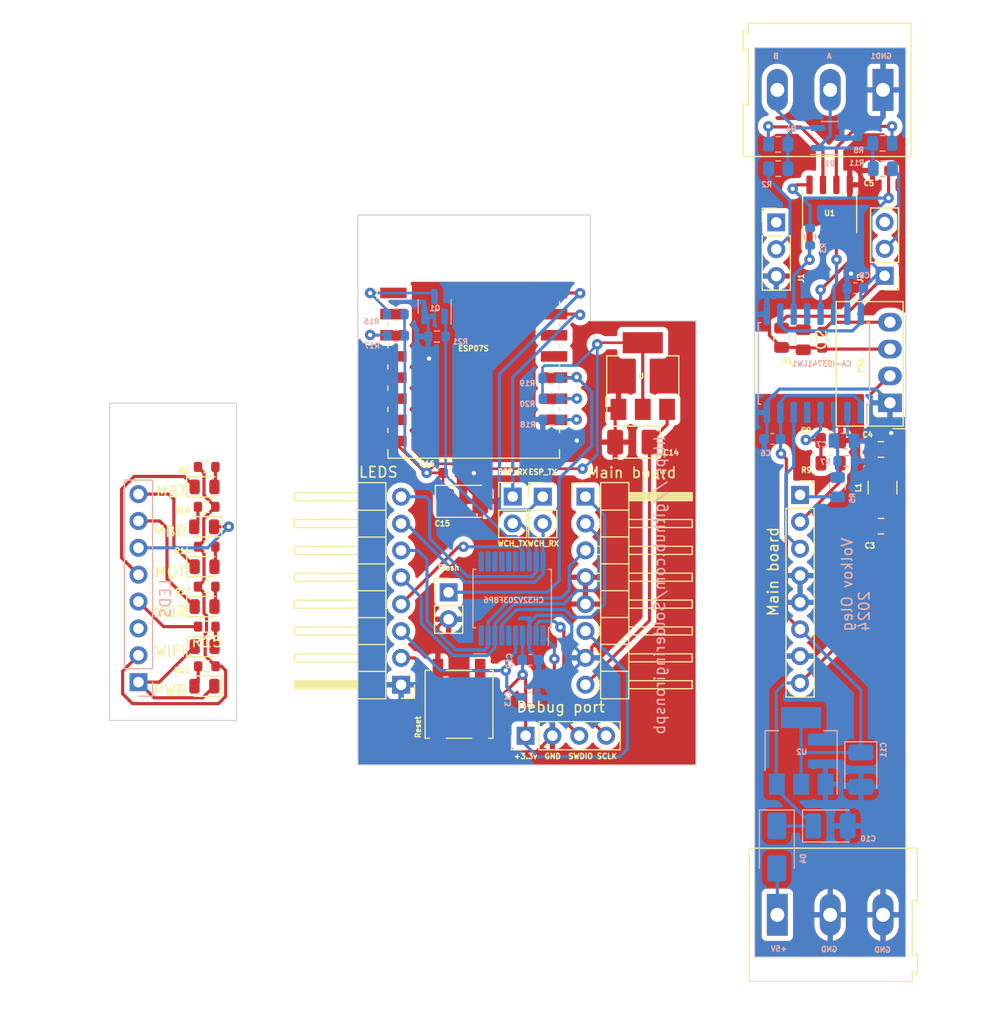
<source format=kicad_pcb>
(kicad_pcb (version 20221018) (generator pcbnew)
  (layers (0 "F.Cu" signal) (31 "B.Cu" signal) (34 "B.Paste" user) (35 "F.Paste" user) (36 "B.SilkS" user "B.Silkscreen") (37 "F.SilkS" user "F.Silkscreen") (38 "B.Mask" user) (39 "F.Mask" user) (44 "Edge.Cuts" user))
  (net 0 "")
  (net 1 "VDDB")
  (net 2 "GND1")
  (net 3 "+5V")
  (net 4 "GND")
  (net 5 "Net-(PS1-+Vin)")
  (net 6 "+3V3")
  (net 7 "Net-(CA-IS3741LW1-VI1)")
  (net 8 "Net-(CA-IS3741LW1-VI2)")
  (net 9 "Net-(CH32V203F8P1-NRST)")
  (net 11 "Rx")
  (net 12 "Net-(CA-IS3741LW1-VI4)")
  (net 14 "Net-(CA-IS3741LW1-VO2)")
  (net 15 "Net-(CA-IS3741LW1-VO1)")
  (net 16 "SWDIO")
  (net 17 "SCLK")
  (net 19 "RO{slash}DI")
  (net 20 "Tx")
  (net 28 "Net-(CH32V203F8P1-PB15)")
  (net 29 "PA8")
  (net 30 "PA9")
  (net 31 "PA10")
  (net 32 "A")
  (net 33 "B")
  (net 34 "Net-(D2-A)")
  (net 35 "Net-(D3-A)")
  (net 36 "+5VD")
  (net 37 "Net-(D5-A)")
  (net 38 "Net-(D6-A)")
  (net 39 "Net-(D7-A)")
  (net 40 "Net-(D8-A)")
  (net 42 "Net-(J1-Pin_2)")
  (net 43 "Net-(J2-Pin_2)")
  (net 44 "unconnected-(J2-Pin_3-Pad3)")
  (net 45 "Net-(U1-B)")
  (net 46 "Net-(U1-A)")
  (net 47 "+3.3V")
  (net 48 "Net-(Q1-D)")
  (net 49 "Net-(U3-EN)")
  (net 50 "Net-(U3-GPIO15)")
  (net 51 "Net-(U3-GPIO0)")
  (net 52 "Net-(U3-GPIO2)")
  (net 60 "ESP_UART_Rx")
  (net 61 "ESP_UART_Tx")
  (footprint "Connector_PinHeader_2.54mm:PinHeader_1x02_P2.54mm_Vertical" (layer "F.Cu") (at 200.7616 91.1048)
    (fp_text reference "ESP_RX")
    (fp_text value "PinHeader_1x02_P2.54mm_Vertical")
  )
  (footprint "Connector_PinHeader_2.54mm:PinHeader_1x03_P2.54mm_Vertical" (layer "F.Cu") (at 235.95 70.225 180)
    (fp_text reference "J2")
    (fp_text value "Master/Slave")
  )
  (footprint "Capacitor_SMD:C_0805_2012Metric" (layer "F.Cu") (at 230.85 85.8)
    (fp_text reference "C9")
    (fp_text value "220pF")
  )
  (footprint "Capacitor_SMD:C_0603_1608Metric" (layer "F.Cu") (at 230.05 76.275 -90)
    (fp_text reference "C1")
    (fp_text value "100n")
  )
  (footprint "Resistor_SMD:R_0603_1608Metric" (layer "F.Cu") (at 171.8025 88.3)
    (fp_text reference "R6")
    (fp_text value "1k")
  )
  (footprint "Converter_DCDC:Converter_DCDC_Murata_MEE1SxxxxSC_THT" (layer "F.Cu") (at 236.455 82.2375 180)
    (fp_text reference "PS1")
    (fp_text value "MornsunS0505SC")
  )
  (footprint "TerminalBlock:TerminalBlock_Altech_AK300-3_P5.00mm" (layer "F.Cu") (at 235.8 52.65 180)
    (fp_text reference "REF**" hide)
    (fp_text value "TerminalBlock_Altech_AK300-3_P5.00mm")
  )
  (footprint "Capacitor_SMD:C_0805_2012Metric" (layer "F.Cu") (at 228.25 76.275 -90)
    (fp_text reference "C2")
    (fp_text value "10uF")
  )
  (footprint "Button_Switch_SMD:SW_Push_1P1T_NO_CK_KSC6xxJ" (layer "F.Cu") (at 195.6816 110.744 90)
    (fp_text reference "Reset")
    (fp_text value "Reset")
  )
  (footprint "Capacitor_SMD:C_0805_2012Metric" (layer "F.Cu") (at 235.6 93.9)
    (fp_text reference "C3")
    (fp_text value "5uF")
  )
  (footprint "Connector_PinHeader_2.54mm:PinHeader_1x02_P2.54mm_Vertical" (layer "F.Cu") (at 194.7 100.16)
    (fp_text reference "Flash")
    (fp_text value "PinHeader_1x02_P2.54mm_Vertical")
  )
  (footprint "Capacitor_Tantalum_SMD:CP_EIA-3528-21_Kemet-B_Pad1.50x2.35mm_HandSolder" (layer "F.Cu") (at 212.0766 85.9532 180)
    (fp_text reference "C14")
    (fp_text value "47uF")
  )
  (footprint "Resistor_SMD:R_0805_2012Metric" (layer "F.Cu") (at 230.8375 87.95 180)
    (fp_text reference "R9")
    (fp_text value "100R")
  )
  (footprint "Package_TO_SOT_SMD:SOT-223-3_TabPin2" (layer "F.Cu") (at 213.0666 79.7048 90)
    (fp_text reference "U4")
    (fp_text value "AMS1117-3.3")
  )
  (footprint "Package_SO:SO-8_3.9x4.9mm_P1.27mm" (layer "F.Cu") (at 230.75 64.2 90)
    (fp_text reference "U1")
    (fp_text value "MAX485E")
  )
  (footprint "Diode_SMD:D_0805_2012Metric" (layer "F.Cu") (at 171.585 109.030594 180)
    (fp_text reference "PWR")
    (fp_text value "LED")
  )
  (footprint "Diode_SMD:D_0805_2012Metric" (layer "F.Cu") (at 171.6025 90.186363)
    (fp_text reference "MBT")
    (fp_text value "Tx2")
  )
  (footprint "Capacitor_Tantalum_SMD:CP_EIA-3528-21_Kemet-B_Pad1.50x2.35mm_HandSolder" (layer "F.Cu") (at 196.075 91.55)
    (fp_text reference "C15")
    (fp_text value "47uF")
  )
  (footprint "Resistor_SMD:R_0603_1608Metric" (layer "F.Cu") (at 171.8025 99.618178 180)
    (fp_text reference "R13")
    (fp_text value "1k")
  )
  (footprint "Inductor_SMD:L_1210_3225Metric" (layer "F.Cu") (at 235.75 90.25 90)
    (fp_text reference "L1")
    (fp_text value "22uH")
  )
  (footprint "Connector_PinHeader_2.54mm:PinHeader_1x04_P2.54mm_Vertical" (layer "F.Cu") (at 201.9808 113.7158 90)
    (fp_text reference "Debug port")
    (fp_text value "Debug")
  )
  (footprint "Capacitor_SMD:C_0603_1608Metric" (layer "F.Cu") (at 194.9444 88.8576)
    (fp_text reference "C16")
    (fp_text value "100nF")
  )
  (footprint "Connector_PinHeader_2.54mm:PinHeader_1x08_P2.54mm_Horizontal" (layer "F.Cu") (at 207.645 91.1098)
    (fp_text reference "Main board")
    (fp_text value "PinHeader_1x08_P2.54mm_Horizontal")
  )
  (footprint "Diode_SMD:D_0805_2012Metric" (layer "F.Cu") (at 171.6025 97.731815)
    (fp_text reference "MQT")
    (fp_text value "Tx1")
  )
  (footprint "Capacitor_SMD:C_0805_2012Metric" (layer "F.Cu") (at 235.6 86.65)
    (fp_text reference "C4")
    (fp_text value "5uF")
  )
  (footprint "Resistor_SMD:R_0603_1608Metric" (layer "F.Cu") (at 171.8025 92.072726 180)
    (fp_text reference "R10")
    (fp_text value "1k")
  )
  (footprint "Diode_SMD:D_0805_2012Metric" (layer "F.Cu") (at 171.6125 105.28637)
    (fp_text reference "WIFI")
    (fp_text value "Rx1")
  )
  (footprint "Connector_PinHeader_2.54mm:PinHeader_1x08_P2.54mm_Horizontal" (layer "F.Cu") (at 190.2 108.9 180)
    (fp_text reference "LEDS")
    (fp_text value "PinHeader_1x08_P2.54mm_Horizontal")
  )
  (footprint "Resistor_SMD:R_0603_1608Metric" (layer "F.Cu") (at 171.8125 103.4 180)
    (fp_text reference "R15")
    (fp_text value "1k")
  )
  (footprint "RF_Module:ESP-07" (layer "F.Cu") (at 197.0732 76.751)
    (fp_text reference "ESP07S")
    (fp_text value "ESP-07")
  )
  (footprint "Connector_PinHeader_2.54mm:PinHeader_1x02_P2.54mm_Vertical" (layer "F.Cu") (at 203.6064 91.1098)
    (fp_text reference "ESP_TX")
    (fp_text value "PinHeader_1x02_P2.54mm_Vertical")
  )
  (footprint "Diode_SMD:D_0805_2012Metric" (layer "F.Cu") (at 171.6025 101.504541)
    (fp_text reference "MQR")
    (fp_text value "Rx1")
  )
  (footprint "Capacitor_SMD:C_0603_1608Metric" (layer "F.Cu") (at 235.585 60.2742 180)
    (fp_text reference "C5")
    (fp_text value "100n")
  )
  (footprint "Resistor_SMD:R_0603_1608Metric" (layer "F.Cu") (at 171.825 107.144231 180)
    (fp_text reference "R12")
    (fp_text value "1k")
  )
  (footprint "TerminalBlock:TerminalBlock_Altech_AK300-3_P5.00mm" (layer "F.Cu") (at 225.8 130.65)
    (fp_text reference "REF**" hide)
    (fp_text value "TerminalBlock_Altech_AK300-3_P5.00mm")
  )
  (footprint "Connector_PinSocket_2.54mm:PinSocket_1x08_P2.54mm_Vertical" (layer "F.Cu") (at 227.95 90.95)
    (fp_text reference "Main board")
    (fp_text value "PinSocket_1x08_P2.54mm_Vertical")
  )
  (footprint "Diode_SMD:D_0805_2012Metric" (layer "F.Cu") (at 171.5625 93.959089 180)
    (fp_text reference "MBR")
    (fp_text value "Rx2")
  )
  (footprint "Resistor_SMD:R_0603_1608Metric" (layer "F.Cu") (at 171.8025 95.845452 180)
    (fp_text reference "R14")
    (fp_text value "1k")
  )
  (footprint "Connector_PinHeader_2.54mm:PinHeader_1x03_P2.54mm_Vertical" (layer "F.Cu") (at 225.7 65.175)
    (fp_text reference "J1")
    (fp_text value "Master/Slave")
  )
  (footprint "Resistor_SMD:R_0805_2012Metric" (layer "F.Cu") (at 226.2 76.0875 -90)
    (fp_text reference "R1")
    (fp_text value "240")
  )
  (footprint "Package_TO_SOT_SMD:SOT-23-3" (layer "B.Cu") (at 230.7625 57.2)
    (fp_text reference "D1")
    (fp_text value "PSM712-LF-T7")
  )
  (footprint "Diode_SMD:D_SMA" (layer "B.Cu") (at 225.75 124.25 -90)
    (fp_text reference "D4")
    (fp_text value "10MQ100NPBF")
  )
  (footprint "Resistor_SMD:R_0805_2012Metric" (layer "B.Cu") (at 225.8875 60.1)
    (fp_text reference "R2")
    (fp_text value "470R")
  )
  (footprint "Resistor_SMD:R_0805_2012Metric" (layer "B.Cu") (at 235.7875 60.1)
    (fp_text reference "R11")
    (fp_text value "470R")
  )
  (footprint "Resistor_SMD:R_0603_1608Metric" (layer "B.Cu") (at 204.4324 83.82 180)
    (fp_text reference "R18")
    (fp_text value "10k")
  )
  (footprint "Package_TO_SOT_SMD:SOT-23" (layer "B.Cu") (at 193.3702 73.1266 90)
    (fp_text reference "Q1")
    (fp_text value "IRLML0060")
  )
  (footprint "Package_SO:SSOP-20_5.3x7.2mm_P0.65mm" (layer "B.Cu") (at 200.7068 100.7416 90)
    (fp_text reference "CH32V203F8P6")
    (fp_text value "~")
  )
  (footprint "Resistor_SMD:R_0603_1608Metric" (layer "B.Cu") (at 189.7258 75.8952 180)
    (fp_text reference "R17")
    (fp_text value "10k")
  )
  (footprint "Capacitor_Tantalum_SMD:CP_EIA-3528-21_Kemet-B_Pad1.50x2.35mm_HandSolder" (layer "B.Cu") (at 233.7 116.925 -90)
    (fp_text reference "C11")
    (fp_text value "47uF")
  )
  (footprint "Resistor_SMD:R_0805_2012Metric" (layer "B.Cu") (at 231.5 90.2125 90)
    (fp_text reference "R5")
    (fp_text value "100R")
  )
  (footprint "Connector_PinSocket_2.54mm:PinSocket_1x08_P2.54mm_Vertical" (layer "B.Cu") (at 165.35 108.65)
    (fp_text reference "LEDS")
    (fp_text value "PinSocket_1x08_P2.54mm_Vertical")
  )
  (footprint "Resistor_SMD:R_0603_1608Metric" (layer "B.Cu") (at 204.407 79.9084)
    (fp_text reference "R19")
    (fp_text value "10k")
  )
  (footprint "Resistor_SMD:R_0603_1608Metric" (layer "B.Cu") (at 193.5866 75.9714 180)
    (fp_text reference "R21")
    (fp_text value "10k")
  )
  (footprint "Capacitor_Tantalum_SMD:CP_EIA-3528-21_Kemet-B_Pad1.50x2.35mm_HandSolder" (layer "B.Cu") (at 230.825 122.25)
    (fp_text reference "C10")
    (fp_text value "47uF")
  )
  (footprint "Resistor_SMD:R_0603_1608Metric" (layer "B.Cu") (at 204.4324 81.8642)
    (fp_text reference "R20")
    (fp_text value "10k")
  )
  (footprint "Capacitor_SMD:C_0805_2012Metric" (layer "B.Cu") (at 232.1 85.85)
    (fp_text reference "C7")
    (fp_text value "220pF")
  )
  (footprint "Resistor_SMD:R_0603_1608Metric" (layer "B.Cu") (at 228.9 66.525 -90)
    (fp_text reference "R3")
    (fp_text value "10k")
  )
  (footprint "Capacitor_SMD:C_0603_1608Metric" (layer "B.Cu") (at 233.175 71.4 180)
    (fp_text reference "C8")
    (fp_text value "100n")
  )
  (footprint "Package_TO_SOT_SMD:SOT-223-3_TabPin2" (layer "B.Cu") (at 228.05 115.15 90)
    (fp_text reference "U2")
    (fp_text value "AMS1117-3.3")
  )
  (footprint "Resistor_SMD:R_0805_2012Metric" (layer "B.Cu") (at 235.75 57.7 180)
    (fp_text reference "R8")
    (fp_text value "10R")
  )
  (footprint "Resistor_SMD:R_0603_1608Metric" (layer "B.Cu") (at 232.325 87.75)
    (fp_text reference "R7")
    (fp_text value "10k")
  )
  (footprint "Capacitor_SMD:C_0603_1608Metric" (layer "B.Cu") (at 202.4318 106.5416)
    (fp_text reference "C12")
    (fp_text value "100nF")
  )
  (footprint "Package_SO:SOIC-16W_7.5x10.3mm_P1.27mm" (layer "B.Cu") (at 229.255 78.5075 90)
    (fp_text reference "CA-IS3741LW1")
    (fp_text value "~")
  )
  (footprint "Capacitor_SMD:C_0603_1608Metric" (layer "B.Cu") (at 202.325 110.15)
    (fp_text reference "C13")
    (fp_text value "100nF")
  )
  (footprint "Capacitor_SMD:C_0603_1608Metric" (layer "B.Cu") (at 225.325 85.65 180)
    (fp_text reference "C6")
    (fp_text value "100n")
  )
  (footprint "Resistor_SMD:R_0603_1608Metric" (layer "B.Cu") (at 189.7004 73.8632 180)
    (fp_text reference "R16")
    (fp_text value "10k")
  )
  (footprint "Resistor_SMD:R_0805_2012Metric" (layer "B.Cu") (at 225.8875 57.8)
    (fp_text reference "R4")
    (fp_text value "10R")
  )
  (gr_line (start 218.1058 116.4844) (end 218.1058 74.4844) (stroke (width 0.1)) (layer "Edge.Cuts"))
  (gr_line (start 162.625 112.27) (end 174.625 112.27) (stroke (width 0.1)) (layer "Edge.Cuts"))
  (gr_line (start 237.95 48.65) (end 237.95 134.65) (stroke (width 0.1)) (layer "Edge.Cuts"))
  (gr_line (start 223.65 48.65) (end 237.95 48.65) (stroke (width 0.1)) (layer "Edge.Cuts"))
  (gr_line (start 208.1058 74.4844) (end 208.1058 64.4844) (stroke (width 0.1)) (layer "Edge.Cuts"))
  (gr_line (start 237.95 134.65) (end 223.65 134.65) (stroke (width 0.1)) (layer "Edge.Cuts"))
  (gr_line (start 208.1058 64.4844) (end 186.1058 64.4844) (stroke (width 0.1)) (layer "Edge.Cuts"))
  (gr_line (start 218.1058 74.4844) (end 208.1058 74.4844) (stroke (width 0.1)) (layer "Edge.Cuts"))
  (gr_line (start 186.1058 66.4844) (end 186.1058 74.4844) (stroke (width 0.1)) (layer "Edge.Cuts"))
  (gr_line (start 186.1058 116.4844) (end 186.1058 74.4844) (stroke (width 0.1)) (layer "Edge.Cuts"))
  (gr_line (start 174.625 112.27) (end 174.625 82.27) (stroke (width 0.1)) (layer "Edge.Cuts"))
  (gr_line (start 174.625 82.27) (end 162.625 82.27) (stroke (width 0.1)) (layer "Edge.Cuts"))
  (gr_line (start 186.1058 64.4844) (end 186.1058 66.4844) (stroke (width 0.1)) (layer "Edge.Cuts"))
  (gr_line (start 223.65 134.65) (end 223.65 48.65) (stroke (width 0.1)) (layer "Edge.Cuts"))
  (gr_line (start 186.1058 116.4844) (end 218.1058 116.4844) (stroke (width 0.1)) (layer "Edge.Cuts"))
  (gr_line (start 162.625 82.27) (end 162.625 112.27) (stroke (width 0.1)) (layer "Edge.Cuts"))
  (gr_text "A" (at 231 49.75) (layer "B.SilkS") (effects (font (size 0.5 0.5) (thickness 0.125)) (justify left bottom mirror)))
  (gr_text "GND\n" (at 231.55 134.2) (layer "B.SilkS") (effects (font (size 0.5 0.5) (thickness 0.125)) (justify left bottom mirror)))
  (gr_text "Volkov Oleg\n2024" (at 234.6 103.95 90) (layer "B.SilkS") (effects (font (size 1 1)) (justify right bottom mirror)))
  (gr_text "+5V" (at 226.8 134.15) (layer "B.SilkS") (effects (font (size 0.5 0.5) (thickness 0.125)) (justify left bottom mirror)))
  (gr_text "GND1" (at 236.7 49.75) (layer "B.SilkS") (effects (font (size 0.5 0.5) (thickness 0.125)) (justify left bottom mirror)))
  (gr_text "B" (at 226 49.75) (layer "B.SilkS") (effects (font (size 0.5 0.5) (thickness 0.125)) (justify left bottom mirror)))
  (gr_text "https://github.com/Solderingironspb" (at 215.25 85.3 90) (layer "B.SilkS") (effects (font (size 1 1)) (justify left bottom mirror)))
  (gr_text "GND\n" (at 236.6 134.25) (layer "B.SilkS") (effects (font (size 0.5 0.5) (thickness 0.125)) (justify left bottom mirror)))
  (gr_text "WCH_RX" (at 203.65 95.55) (layer "F.SilkS") (effects (font (size 0.5 0.5) (thickness 0.125))))
  (gr_text "+3.3v" (at 200.8 115.95) (layer "F.SilkS") (effects (font (size 0.5 0.5) (thickness 0.125)) (justify left bottom)))
  (gr_text "WCH_TX" (at 200.75 95.55) (layer "F.SilkS") (effects (font (size 0.5 0.5) (thickness 0.125))))
  (gr_text "GND" (at 203.7 115.95) (layer "F.SilkS") (effects (font (size 0.5 0.5) (thickness 0.125)) (justify left bottom)))
  (gr_text "SCLK" (at 208.65 115.95) (layer "F.SilkS") (effects (font (size 0.5 0.5) (thickness 0.125)) (justify left bottom)))
  (gr_text "SWDIO" (at 205.95 115.95) (layer "F.SilkS") (effects (font (size 0.5 0.5) (thickness 0.125)) (justify left bottom)))
  (segment (start 226.2 75.175) (end 226.2 74.55) (width 0.3) (layer "F.Cu") (net 1))
  (segment (start 236.455 74.6175) (end 230.9325 74.6175) (width 0.3) (layer "F.Cu") (net 1))
  (segment (start 236.324172 60.310028) (end 236.36 60.2742) (width 0.3) (layer "F.Cu") (net 1))
  (segment (start 226.2 74.55) (end 226.7 74.05) (width 0.3) (layer "F.Cu") (net 1))
  (segment (start 230.05 75.5) (end 228.25 75.5) (width 0.3) (layer "F.Cu") (net 1))
  (segment (start 232.125 74.05) (end 235.95 70.225) (width 0.3) (layer "F.Cu") (net 1))
  (segment (start 226.7 74.05) (end 232.125 74.05) (width 0.3) (layer "F.Cu") (net 1))
  (segment (start 226.2 75.175) (end 227.925 75.175) (width 0.3) (layer "F.Cu") (net 1))
  (segment (start 227.925 75.175) (end 228.25 75.5) (width 0.3) (layer "F.Cu") (net 1))
  (segment (start 236.3 62.850328) (end 236.324172 62.8745) (width 0.3) (layer "F.Cu") (net 1))
  (segment (start 228.845 61.625) (end 227.625 61.625) (width 0.3) (layer "F.Cu") (net 1))
  (segment (start 227.625 61.625) (end 227.25 62) (width 0.3) (layer "F.Cu") (net 1))
  (segment (start 236.324172 62.8745) (end 236.324172 60.310028) (width 0.3) (layer "F.Cu") (net 1))
  (segment (start 230.9325 74.6175) (end 230.05 75.5) (width 0.3) (layer "F.Cu") (net 1))
  (via (at 236.324172 62.8745) (size 1) (drill 0.4) (layers "F.Cu" "B.Cu") (net 1))
  (via (at 227.25 62) (size 1) (drill 0.4) (layers "F.Cu" "B.Cu") (net 1))
  (segment (start 226.63 75.4325) (end 232.91 75.4325) (width 0.3) (layer "B.Cu") (net 1))
  (segment (start 235.95 70.225) (end 234.65 68.925) (width 0.3) (layer "B.Cu") (net 1))
  (segment (start 235.95 70.225) (end 235.125 70.225) (width 0.3) (layer "B.Cu") (net 1))
  (segment (start 226.08 74.8825) (end 226.63 75.4325) (width 0.3) (layer "B.Cu") (net 1))
  (segment (start 227.25 62) (end 228.9 63.65) (width 0.3) (layer "B.Cu") (net 1))
  (segment (start 236.324172 62.8745) (end 228.1245 62.8745) (width 0.3) (layer "B.Cu") (net 1))
  (segment (start 236.455 70.73) (end 235.95 70.225) (width 0.3) (layer "B.Cu") (net 1))
  (segment (start 228.9 63.65) (end 228.9 65.7) (width 0.3) (layer "B.Cu") (net 1))
  (segment (start 233.7 74.6425) (end 233.7 73.8575) (width 0.3) (layer "B.Cu") (net 1))
  (segment (start 233.7 73.8575) (end 233.7 71.65) (width 0.3) (layer "B.Cu") (net 1))
  (segment (start 235.125 70.225) (end 233.95 71.4) (width 0.3) (layer "B.Cu") (net 1))
  (segment (start 228.1245 62.8745) (end 227.25 62) (width 0.3) (layer "B.Cu") (net 1))
  (segment (start 232.91 75.4325) (end 233.7 74.6425) (width 0.3) (layer "B.Cu") (net 1))
  (segment (start 234.65 64.548672) (end 236.324172 62.8745) (width 0.3) (layer "B.Cu") (net 1))
  (segment (start 233.7 71.65) (end 233.95 71.4) (width 0.3) (layer "B.Cu") (net 1))
  (segment (start 234.65 68.925) (end 234.65 64.548672) (width 0.3) (layer "B.Cu") (net 1))
  (segment (start 226.08 73.8575) (end 226.08 74.8825) (width 0.3) (layer "B.Cu") (net 1))
  (segment (start 228.25 77.05) (end 230.05 77.05) (width 0.3) (layer "F.Cu") (net 2))
  (segment (start 230.1575 77.1575) (end 230.05 77.05) (width 0.3) (layer "F.Cu") (net 2))
  (segment (start 236.455 77.1575) (end 230.1575 77.1575) (width 0.3) (layer "F.Cu") (net 2))
  (segment (start 226.2 77) (end 228.2 77) (width 0.3) (layer "F.Cu") (net 2))
  (segment (start 226.2 77) (end 225.05 75.85) (width 0.3) (layer "F.Cu") (net 2))
  (segment (start 228.2 77) (end 228.25 77.05) (width 0.3) (layer "F.Cu") (net 2))
  (segment (start 225.05 73.1) (end 225.1 73.05) (width 0.3) (layer "F.Cu") (net 2))
  (segment (start 225.05 75.85) (end 225.05 73.1) (width 0.3) (layer "F.Cu") (net 2))
  (via (at 232.771398 70.021398) (size 1) (drill 0.4) (layers "F.Cu" "B.Cu") (net 2))
  (segment (start 232.4 70.392796) (end 232.771398 70.021398) (width 0.3) (layer "B.Cu") (net 2))
  (segment (start 232.43 71.43) (end 232.4 71.4) (width 0.3) (layer "B.Cu") (net 2))
  (segment (start 232.43 73.8575) (end 232.43 71.43) (width 0.3) (layer "B.Cu") (net 2))
  (segment (start 235.8 53.3) (end 235.8 52.65) (width 0.3) (layer "B.Cu") (net 2))
  (segment (start 232.4 71.4) (end 232.4 70.392796) (width 0.3) (layer "B.Cu") (net 2))
  (segment (start 235.75 92.8) (end 234.65 93.9) (width 0.3) (layer "F.Cu") (net 3))
  (segment (start 227.95 108.73) (end 234.65 102.03) (width 0.3) (layer "F.Cu") (net 3))
  (segment (start 213.7016 85.9532) (end 215.3666 84.2882) (width 0.3) (layer "F.Cu") (net 3))
  (segment (start 235.75 91.65) (end 235.75 92.8) (width 0.3) (layer "F.Cu") (net 3))
  (segment (start 207.645 108.8898) (end 213.7016 102.8332) (width 0.3) (layer "F.Cu") (net 3))
  (segment (start 213.7016 102.8332) (end 213.7016 85.9532) (width 0.3) (layer "F.Cu") (net 3))
  (segment (start 234.65 102.03) (end 234.65 93.9) (width 0.3) (layer "F.Cu") (net 3))
  (segment (start 215.3666 84.2882) (end 215.3666 82.8548) (width 0.3) (layer "F.Cu") (net 3))
  (segment (start 229.2 122.25) (end 225.75 122.25) (width 0.3) (layer "B.Cu") (net 3))
  (segment (start 226.52 108.73) (end 227.95 108.73) (width 0.3) (layer "B.Cu") (net 3))
  (segment (start 225.8 122.3) (end 225.75 122.25) (width 0.3) (layer "B.Cu") (net 3))
  (segment (start 225.75 118.3) (end 225.7 118.25) (width 0.3) (layer "B.Cu") (net 3))
  (segment (start 229.2 122.25) (end 225.75 118.8) (width 0.3) (layer "B.Cu") (net 3))
  (segment (start 225.7 118.25) (end 225.7 109.55) (width 0.3) (layer "B.Cu") (net 3))
  (segment (start 225.7 109.55) (end 226.52 108.73) (width 0.3) (layer "B.Cu") (net 3))
  (segment (start 225.75 118.8) (end 225.75 118.3) (width 0.3) (layer "B.Cu") (net 3))
  (segment (start 193.9 115.8) (end 193.6816 115.5816) (width 0.3) (layer "F.Cu") (net 4))
  (segment (start 204.6732 85.851) (end 200.751 85.851) (width 0.3) (layer "F.Cu") (net 4))
  (segment (start 204.6732 85.851) (end 206.8322 85.8012) (width 0.3) (layer "F.Cu") (net 4))
  (segment (start 195.7194 88.8576) (end 195.7194 89.5694) (width 0.25) (layer "F.Cu") (net 4))
  (segment (start 210.3494 85.851) (end 210.4516 85.9532) (width 0.3) (layer "F.Cu") (net 4))
  (segment (start 192.95 78.05) (end 192.85 78.05) (width 0.3) (layer "F.Cu") (net 4))
  (segment (start 165.35 108.65) (end 166.830594 110.130594) (width 0.3) (layer "F.Cu") (net 4))
  (segment (start 207.645 98.7298) (end 203.2798 98.7298) (width 0.3) (layer "F.Cu") (net 4))
  (segment (start 236.55 86.65) (end 236.5756 85.09) (width 0.3) (layer "F.Cu") (net 4))
  (segment (start 193.6816 103.4184) (end 194.75 102.35) (width 0.3) (layer "F.Cu") (net 4))
  (segment (start 236.5756 85.09) (end 236.55 85.1) (width 0.3) (layer "F.Cu") (net 4))
  (segment (start 210.4516 83.1698) (end 210.7666 82.8548) (width 0.3) (layer "F.Cu") (net 4))
  (segment (start 200.751 85.851) (end 192.95 78.05) (width 0.3) (layer "F.Cu") (net 4))
  (segment (start 166.830594 110.130594) (end 171.4225 110.130594) (width 0.3) (layer "F.Cu") (net 4))
  (segment (start 210.4516 103.13848) (end 210.4516 85.9532) (width 0.3) (layer "F.Cu") (net 4))
  (segment (start 236.55 95.45) (end 236.6 95.5) (width 0.3) (layer "F.Cu") (net 4))
  (segment (start 167.31137 108.65) (end 170.675 105.28637) (width 0.3) (layer "F.Cu") (net 4))
  (segment (start 207.645 106.3498) (end 208.243568 105.751232) (width 0.3) (layer "F.Cu") (net 4))
  (segment (start 190.2 110.1624) (end 193.6816 113.644) (width 0.3) (layer "F.Cu") (net 4))
  (segment (start 202.4366 115.8) (end 193.9 115.8) (width 0.3) (layer "F.Cu") (net 4))
  (segment (start 197.7 93.15) (end 197.7 91.55) (width 0.3) (layer "F.Cu") (net 4))
  (segment (start 204.5208 113.7158) (end 202.4366 115.8) (width 0.3) (layer "F.Cu") (net 4))
  (segment (start 206.8058 85.851) (end 206.8068 85.852) (width 0.3) (layer "F.Cu") (net 4))
  (segment (start 206.9842 85.9532) (end 206.8322 85.8012) (width 0.3) (layer "F.Cu") (net 4))
  (segment (start 195.7194 88.8576) (end 197.0656 88.8576) (width 0.25) (layer "F.Cu") (net 4))
  (segment (start 195.7194 89.5694) (end 197.7 91.55) (width 0.25) (layer "F.Cu") (net 4))
  (segment (start 236.55 93.9) (end 236.55 95.45) (width 0.3) (layer "F.Cu") (net 4))
  (segment (start 206.8322 85.8012) (end 206.8058 85.851) (width 0.3) (layer "F.Cu") (net 4))
  (segment (start 203.2798 98.7298) (end 197.7 93.15) (width 0.3) (layer "F.Cu") (net 4))
  (segment (start 210.4516 85.9532) (end 210.4516 83.1698) (width 0.3) (layer "F.Cu") (net 4))
  (segment (start 165.35 108.65) (end 167.31137 108.65) (width 0.3) (layer "F.Cu") (net 4))
  (segment (start 208.243568 105.751232) (end 208.243568 105.346512) (width 0.3) (layer "F.Cu") (net 4))
  (segment (start 192.85 77.95) (end 192.925 78.025) (width 0.3) (layer "F.Cu") (net 4))
  (segment (start 171.4225 110.130594) (end 172.5225 109.030594) (width 0.3) (layer "F.Cu") (net 4))
  (segment (start 204.8012 85.979) (end 204.6732 85.851) (width 0.3) (layer "F.Cu") (net 4))
  (segment (start 193.6816 107.844) (end 193.6816 103.4184) (width 0.3) (layer "F.Cu") (net 4))
  (segment (start 197.0656 88.8576) (end 197.091 88.883) (width 0.25) (layer "F.Cu") (net 4))
  (segment (start 210.4516 85.9532) (end 206.9842 85.9532) (width 0.3) (layer "F.Cu") (net 4))
  (segment (start 193.6816 115.5816) (end 193.6816 113.644) (width 0.3) (layer "F.Cu") (net 4))
  (segment (start 192.85 78.05) (end 192.85 77.95) (width 0.3) (layer "F.Cu") (net 4))
  (segment (start 190.2 108.9) (end 190.2 110.1624) (width 0.3) (layer "F.Cu") (net 4))
  (segment (start 208.243568 105.346512) (end 210.4516 103.13848) (width 0.3) (layer "F.Cu") (net 4))
  (via (at 236.5756 85.09) (size 1) (drill 0.4) (layers "F.Cu" "B.Cu") (net 4))
  (via (at 197.091 88.883) (size 1) (drill 0.4) (layers "F.Cu" "B.Cu") (net 4))
  (via (at 206.8322 85.8012) (size 1) (drill 0.4) (layers "F.Cu" "B.Cu") (net 4))
  (via (at 192.85 78.05) (size 1) (drill 0.4) (layers "F.Cu" "B.Cu") (net 4))
  (segment (start 233.95 118.8) (end 233.7 118.55) (width 0.3) (layer "B.Cu") (net 4))
  (segment (start 236.55 82.3325) (end 236.455 82.2375) (width 0.3) (layer "B.Cu") (net 4))
  (segment (start 236.6 90.15) (end 234.2 87.75) (width 0.3) (layer "B.Cu") (net 4))
  (segment (start 202.3318 105.6666) (end 203.2068 106.5416) (width 0.3) (layer "B.Cu") (net 4))
  (segment (start 233.05 122.85) (end 232.45 122.25) (width 0.3) (layer "B.Cu") (net 4))
  (segment (start 203.6074 83.82) (end 203.6074 84.8624) (width 0.3) (layer "B.Cu") (net 4))
  (segment (start 203.1 110.15) (end 203.1 111.25) (width 0.3) (layer "B.Cu") (net 4))
  (segment (start 232.43 85.23) (end 233.05 85.85) (width 0.3) (layer "B.Cu") (net 4))
  (segment (start 202.3318 103.071321) (end 203.061521 102.3416) (width 0.3) (layer "B.Cu") (net 4))
  (segment (start 230.35 118.3) (end 233.45 118.3) (width 0.3) (layer "B.Cu") (net 4))
  (segment (start 224.81 83.1575) (end 224.81 85.39) (width 0.3) (layer "B.Cu") (net 4))
  (segment (start 227.95 101.11) (end 230.99 101.11) (width 0.3) (layer "B.Cu") (net 4))
  (segment (start 204.5462 85.8012) (end 206.8322 85.8012) (width 0.3) (layer "B.Cu") (net 4))
  (segment (start 224.81 85.39) (end 224.55 85.65) (width 0.3) (layer "B.Cu") (net 4))
  (segment (start 192.7616 77.9616) (end 192.85 78.05) (width 0.25) (layer "B.Cu") (net 4))
  (segment (start 197.091 88.8068) (end 197.091 88.883) (width 0.25) (layer "B.Cu") (net 4))
  (segment (start 205.442993 102.3416) (end 206.35 103.248607) (width 0.3) (layer "B.Cu") (net 4))
  (segment (start 236.6 95.5) (end 236.6 90.15) (width 0.3) (layer "B.Cu") (net 4))
  (segment (start 192.7616 75.9714) (end 192.7616 74.4055) (width 0.25) (layer "B.Cu") (net 4))
  (segment (start 224.81 83.1575) (end 224.81 82.1325) (width 0.3) (layer "B.Cu") (net 4))
  (segment (start 203.8448 110.15) (end 207.645 106.3498) (width 0.3) (layer "B.Cu") (net 4))
  (segment (start 202.3318 103.6416) (end 202.3318 105.6666) (width 0.3) (layer "B.Cu") (net 4))
  (segment (start 203.1 111.25) (end 204.5208 112.6708) (width 0.3) (layer "B.Cu") (net 4))
  (segment (start 206.35 103.248607) (end 206.35 105.0548) (width 0.3) (layer "B.Cu") (net 4))
  (segment (start 230.99 101.11) (end 236.6 95.5) (width 0.3) (layer "B.Cu") (net 4))
  (segment (start 192.7616 75.9714) (end 192.7616 77.9616) (width 0.25) (layer "B.Cu") (net 4))
  (segment (start 235.5 130.35) (end 235.8 130.65) (width 0.3) (layer "B.Cu") (net 4))
  (segment (start 233.45 118.3) (end 233.7 118.55) (width 0.3) (layer "B.Cu") (net 4))
  (segment (start 206.35 105.0548) (end 207.645 106.3498) (width 0.3) (layer "B.Cu") (net 4))
  (segment (start 232.43 83.1575) (end 232.43 85.23) (width 0.3) (layer "B.Cu") (net 4))
  (segment (start 233.05 87.65) (end 233.15 87.75) (width 0.3) (layer "B.Cu") (net 4))
  (segment (start 202.3318 104.2416) (end 202.3318 103.071321) (width 0.3) (layer "B.Cu") (net 4))
  (segment (start 233.05 85.85) (end 233.05 87.65) (width 0.3) (layer "B.Cu") (net 4))
  (segment (start 192.7616 74.4055) (end 192.4202 74.0641) (width 0.25) (layer "B.Cu") (net 4))
  (segment (start 203.6074 84.8624) (end 204.5462 85.8012) (width 0.3) (layer "B.Cu") (net 4))
  (segment (start 197.091 88.883) (end 197.0148 88.883) (width 0.25) (layer "B.Cu") (net 4))
  (segment (start 197.0148 88.883) (end 197.0402 88.8576) (width 0.25) (layer "B.Cu") (net 4))
  (segment (start 203.1 110.15) (end 203.8448 110.15) (width 0.3) (layer "B.Cu") (net 4))
  (segment (start 204.5208 112.6708) (end 204.5208 113.7158) (width 0.3) (layer "B.Cu") (net 4))
  (segment (start 235.155 80.9375) (end 236.455 82.2375) (width 0.3) (layer "B.Cu") (net 4))
  (segment (start 224.81 82.1325) (end 226.005 80.9375) (width 0.3) (layer "B.Cu") (net 4))
  (segment (start 234.2 87.75) (end 233.15 87.75) (width 0.3) (layer "B.Cu") (net 4))
  (segment (start 203.061521 102.3416) (end 205.442993 102.3416) (width 0.3) (layer "B.Cu") (net 4))
  (segment (start 226.005 80.9375) (end 235.155 80.9375) (width 0.3) (layer "B.Cu") (net 4))
  (segment (start 236.358604 79.6975) (end 236.455 79.6975) (width 0.3) (layer "F.Cu") (net 5))
  (segment (start 234.65 81.406104) (end 236.358604 79.6975) (width 0.3) (layer "F.Cu") (net 5))
  (segment (start 235.75 87.75) (end 234.65 86.65) (width 0.3) (layer "F.Cu") (net 5))
  (segment (start 234.65 86.65) (end 234.65 81.406104) (width 0.3) (layer "F.Cu") (net 5))
  (segment (start 235.75 88.85) (end 235.75 87.75) (width 0.3) (layer "F.Cu") (net 5))
  (segment (start 171.5275 93.172726) (end 172.6275 92.072726) (width 0.3) (layer "F.Cu") (net 6))
  (segment (start 171.5525 100.193178) (end 170.9775 99.618178) (width 0.3) (layer "F.Cu") (net 6))
  (segment (start 171.6625 106.156731) (end 171.6625 104.048528) (width 0.3) (layer "F.Cu") (net 6))
  (segment (start 171.5275 95.295452) (end 171.5275 93.172726) (width 0.3) (layer "F.Cu") (net 6))
  (segment (start 192.567291 110.217291) (end 191.95 109.6) (width 0.3) (layer "F.Cu") (net 6))
  (segment (start 164.780594 110.680594) (end 172.919406 110.680594) (width 0.3) (layer "F.Cu") (net 6))
  (segment (start 172.65 107.144231) (end 172.65 106.955768) (width 0.3) (layer "F.Cu") (net 6))
  (segment (start 171.5525 90.997726) (end 172.6275 92.072726) (width 0.3) (layer "F.Cu") (net 6))
  (segment (start 199.432709 110.217291) (end 192.567291 110.217291) (width 0.3) (layer "F.Cu") (net 6))
  (segment (start 171.5525 88.875) (end 171.5525 90.997726) (width 0.3) (layer "F.Cu") (net 6))
  (segment (start 173.6 110) (end 173.6 107.55) (width 0.3) (layer "F.Cu") (net 6))
  (segment (start 173.6 107.55) (end 173.194231 107.144231) (width 0.3) (layer "F.Cu") (net 6))
  (segment (start 226.65 87.55) (end 226.15 87.05) (width 0.3) (layer "F.Cu") (net 6))
  (segment (start 191.46 106.36) (end 190.2 106.36) (width 0.3) (layer "F.Cu") (net 6))
  (segment (start 163.85 107.61) (end 163.85 109.75) (width 0.3) (layer "F.Cu") (net 6))
  (segment (start 171.5525 102.127441) (end 171.5525 100.193178) (width 0.3) (layer "F.Cu") (net 6))
  (segment (start 191.95 106.85) (end 191.46 106.36) (width 0.3) (layer "F.Cu") (net 6))
  (segment (start 226.65 102.35) (end 226.65 87.55) (width 0.3) (layer "F.Cu") (net 6))
  (segment (start 170.9775 88.3) (end 171.5525 88.875) (width 0.3) (layer "F.Cu") (net 6))
  (segment (start 191.95 109.6) (end 191.95 106.85) (width 0.3) (layer "F.Cu") (net 6))
  (segment (start 172.65 107.144231) (end 171.6625 106.156731) (width 0.3) (layer "F.Cu") (net 6))
  (segment (start 171.7875 103.923528) (end 171.7875 102.362441) (width 0.3) (layer "F.Cu") (net 6))
  (segment (start 171.5525 99.043178) (end 171.5525 96.420452) (width 0.3) (layer "F.Cu") (net 6))
  (segment (start 171.7875 102.362441) (end 171.5525 102.127441) (width 0.3) (layer "F.Cu") (net 6))
  (segment (start 227.95 103.65) (end 226.65 102.35) (width 0.3) (layer "F.Cu") (net 6))
  (segment (start 172.919406 110.680594) (end 173.6 110) (width 0.3) (layer "F.Cu") (net 6))
  (segment (start 170.9775 95.845452) (end 171.5275 95.295452) (width 0.3) (layer "F.Cu") (net 6))
  (segment (start 170.9775 99.618178) (end 171.5525 99.043178) (width 0.3) (layer "F.Cu") (net 6))
  (segment (start 171.6625 104.048528) (end 171.7875 103.923528) (width 0.3) (layer "F.Cu") (net 6))
  (segment (start 173.194231 107.144231) (end 172.65 107.144231) (width 0.3) (layer "F.Cu") (net 6))
  (segment (start 201.7 107.95) (end 199.432709 110.217291) (width 0.3) (layer "F.Cu") (net 6))
  (segment (start 201.7 107.95) (end 201.9808 108.2308) (width 0.3) (layer "F.Cu") (net 6))
  (segment (start 165.35 106.11) (end 163.85 107.61) (width 0.3) (layer "F.Cu") (net 6))
  (segment (start 163.85 109.75) (end 164.780594 110.680594) (width 0.3) (layer "F.Cu") (net 6))
  (segment (start 201.9808 108.2308) (end 201.9808 113.7158) (width 0.3) (layer "F.Cu") (net 6))
  (segment (start 170.940963 99.618178) (end 170.9775 99.618178) (width 0.3) (layer "F.Cu") (net 6))
  (segment (start 171.5525 96.420452) (end 170.9775 95.845452) (width 0.3) (layer "F.Cu") (net 6))
  (via (at 226.15 87.05) (size 1) (drill 0.4) (layers "F.Cu" "B.Cu") (net 6))
  (via (at 201.7 107.95) (size 1) (drill 0.4) (layers "F.Cu" "B.Cu") (net 6))
  (segment (start 201.7 106.5848) (end 201.6568 106.5416) (width 0.3) (layer "B.Cu") (net 6))
  (segment (start 201.6818 104.2416) (end 201.6818 106.5166) (width 0.3) (layer "B.Cu") (net 6))
  (segment (start 203.1 115.7) (end 210.9 115.7) (width 0.3) (layer "B.Cu") (net 6))
  (segment (start 233.7 115.3) (end 228.4 115.3) (width 0.3) (layer "B.Cu") (net 6))
  (segment (start 228.05 115.65) (end 228.05 112) (width 0.3) (layer "B.Cu") (net 6))
  (segment (start 201.7 107.95) (end 201.7 106.5848) (width 0.3) (layer "B.Cu") (net 6))
  (segment (start 201.9808 113.7158) (end 201.9808 114.5808) (width 0.3) (layer "B.Cu") (net 6))
  (segment (start 233.105 81.5375) (end 233.7 82.1325) (width 0.3) (layer "B.Cu") (net 6))
  (segment (start 201.9808 114.5808) (end 203.1 115.7) (width 0.3) (layer "B.Cu") (net 6))
  (segment (start 226.1 83.1775) (end 226.08 83.1575) (width 0.3) (layer "B.Cu") (net 6))
  (segment (start 226.675 81.5375) (end 233.105 81.5375) (width 0.3) (layer "B.Cu") (net 6))
  (segment (start 211.6 115) (end 211.6 107.7648) (width 0.3) (layer "B.Cu") (net 6))
  (segment (start 226.1 85.65) (end 226.1 83.1775) (width 0.3) (layer "B.Cu") (net 6))
  (segment (start 233.7 115.3) (end 233.7 109.4) (width 0.3) (layer "B.Cu") (net 6))
  (segment (start 226.1 87) (end 226.15 87.05) (width 0.3) (layer "B.Cu") (net 6))
  (segment (start 201.6818 106.5166) (end 201.6568 106.5416) (width 0.3) (layer "B.Cu") (net 6))
  (segment (start 233.7 109.4) (end 227.95 103.65) (width 0.3) (layer "B.Cu") (net 6))
  (segment (start 228.05 118.3) (end 228.05 116.2) (width 0.3) (layer "B.Cu") (net 6))
  (segment (start 210.9 115.7) (end 211.6 115) (width 0.3) (layer "B.Cu") (net 6))
  (segment (start 226.08 83.1575) (end 226.08 82.1325) (width 0.3) (layer "B.Cu") (net 6))
  (segment (start 228.4 115.3) (end 228.05 115.65) (width 0.3) (layer "B.Cu") (net 6))
  (segment (start 211.6 107.7648) (end 207.645 103.8098) (width 0.3) (layer "B.Cu") (net 6))
  (segment (start 226.08 82.1325) (end 226.675 81.5375) (width 0.3) (layer "B.Cu") (net 6))
  (segment (start 228.05 116.2) (end 228.05 115.65) (width 0.3) (layer "B.Cu") (net 6))
  (segment (start 226.1 85.65) (end 226.1 87) (width 0.3) (layer "B.Cu") (net 6))
  (segment (start 233.7 82.1325) (end 233.7 83.1575) (width 0.3) (layer "B.Cu") (net 6))
  (segment (start 231.16 83.1575) (end 231.16 85.84) (width 0.3) (layer "B.Cu") (net 7))
  (segment (start 231.5 86.2) (end 231.15 85.85) (width 0.3) (layer "B.Cu") (net 7))
  (segment (start 231.5 89.3) (end 231.5 87.75) (width 0.3) (layer "B.Cu") (net 7))
  (segment (start 231.16 85.84) (end 231.15 85.85) (width 0.3) (layer "B.Cu") (net 7))
  (segment (start 231.5 87.75) (end 231.5 86.2) (width 0.3) (layer "B.Cu") (net 7))
  (segment (start 229.85 85.75) (end 229.9 85.8) (width 0.3) (layer "F.Cu") (net 8))
  (segment (start 229.925 85.825) (end 229.9 85.8) (width 0.3) (layer "F.Cu") (net 8))
  (segment (start 229.925 87.95) (end 229.925 85.825) (width 0.3) (layer "F.Cu") (net 8))
  (segment (start 228.5 85.75) (end 229.85 85.75) (width 0.3) (layer "F.Cu") (net 8))
  (via (at 228.5 85.75) (size 1) (drill 0.4) (layers "F.Cu" "B.Cu") (net 8))
  (segment (start 229.89 84.76) (end 229.89 83.1575) (width 0.3) (layer "B.Cu") (net 8))
  (segment (start 228.9 85.75) (end 229.89 84.76) (width 0.3) (layer "B.Cu") (net 8))
  (segment (start 228.5 85.75) (end 228.9 85.75) (width 0.3) (layer "B.Cu") (net 8))
  (segment (start 200.1 107.55) (end 197.9756 107.55) (width 0.3) (layer "F.Cu") (net 9))
  (segment (start 197.9756 107.55) (end 197.6816 107.844) (width 0.3) (layer "F.Cu") (net 9))
  (via (at 200.1 107.55) (size 1) (drill 0.4) (layers "F.Cu" "B.Cu") (net 9))
  (segment (start 200.75 109.65) (end 201.25 110.15) (width 0.3) (layer "B.Cu") (net 9))
  (segment (start 201.0318 104.327996) (end 201.0318 103.6416) (width 0.3) (layer "B.Cu") (net 9))
  (segment (start 201.0318 104.2416) (end 201.0318 105.807716) (width 0.3) (layer "B.Cu") (net 9))
  (segment (start 201.0318 105.807716) (end 200.2 106.639516) (width 0.3) (layer "B.Cu") (net 9))
  (segment (start 200.7524 109.6476) (end 200.75 109.65) (width 0.3) (layer "B.Cu") (net 9))
  (segment (start 201.25 110.15) (end 201.55 110.15) (width 0.3) (layer "B.Cu") (net 9))
  (segment (start 200.1 107.55) (end 193.93 107.55) (width 0.3) (layer "B.Cu") (net 9))
  (segment (start 193.93 107.55) (end 190.2 103.82) (width 0.3) (layer "B.Cu") (net 9))
  (segment (start 200.2 106.639516) (end 200.2 107.45) (width 0.3) (layer "B.Cu") (net 9))
  (segment (start 200.2 109.1) (end 200.75 109.65) (width 0.3) (layer "B.Cu") (net 9))
  (segment (start 200.2 107.45) (end 200.1 107.55) (width 0.3) (layer "B.Cu") (net 9))
  (segment (start 200.2 107.65) (end 200.2 109.1) (width 0.3) (layer "B.Cu") (net 9))
  (segment (start 200.1 107.55) (end 200.2 107.65) (width 0.3) (layer "B.Cu") (net 9))
  (segment (start 173.890911 93.959089) (end 173.9 93.95) (width 0.3) (layer "F.Cu") (net 11))
  (segment (start 172.5 93.959089) (end 173.890911 93.959089) (width 0.3) (layer "F.Cu") (net 11))
  (via (at 173.9 93.95) (size 1) (drill 0.4) (layers "F.Cu" "B.Cu") (net 11))
  (segment (start 206.1 99.972182) (end 206.1 97.7348) (width 0.3) (layer "B.Cu") (net 11))
  (segment (start 198.4318 105.284062) (end 198.124262 105.5916) (width 0.3) (layer "B.Cu") (net 11))
  (segment (start 226.604594 88.988909) (end 226.604594 94.684594) (width 0.3) (layer "B.Cu") (net 11))
  (segment (start 226.604594 94.684594) (end 227.95 96.03) (width 0.3) (layer "B.Cu") (net 11))
  (segment (start 195.369418 105.5916) (end 192.65 102.872182) (width 0.3) (layer "B.Cu") (net 11))
  (segment (start 165.35 95.95) (end 171.9 95.95) (width 0.3) (layer "B.Cu") (net 11))
  (segment (start 206.1 97.7348) (end 207.645 96.1898) (width 0.3) (layer "B.Cu") (net 11))
  (segment (start 171.9 95.95) (end 173.9 93.95) (width 0.3) (layer "B.Cu") (net 11))
  (segment (start 198.4318 104.2416) (end 198.4318 105.284062) (width 0.3) (layer "B.Cu") (net 11))
  (segment (start 227.35 88.243503) (end 226.604594 88.988909) (width 0.3) (layer "B.Cu") (net 11))
  (segment (start 198.4318 102.943504) (end 200.683704 100.6916) (width 0.3) (layer "B.Cu") (net 11))
  (segment (start 192.65 97.05) (end 191.8 96.2) (width 0.3) (layer "B.Cu") (net 11))
  (segment (start 198.4318 104.2416) (end 198.4318 102.943504) (width 0.3) (layer "B.Cu") (net 11))
  (segment (start 198.124262 105.5916) (end 195.369418 105.5916) (width 0.3) (layer "B.Cu") (net 11))
  (segment (start 192.65 102.872182) (end 192.65 97.05) (width 0.3) (layer "B.Cu") (net 11))
  (segment (start 205.380582 100.6916) (end 206.1 99.972182) (width 0.3) (layer "B.Cu") (net 11))
  (segment (start 200.683704 100.6916) (end 205.380582 100.6916) (width 0.3) (layer "B.Cu") (net 11))
  (segment (start 191.8 96.2) (end 190.2 96.2) (width 0.3) (layer "B.Cu") (net 11))
  (segment (start 227.35 83.1575) (end 227.35 88.243503) (width 0.3) (layer "B.Cu") (net 11))
  (segment (start 228.845 66.775) (end 228.845 68.695) (width 0.3) (layer "F.Cu") (net 12))
  (segment (start 228.845 68.745) (end 228.85 68.75) (width 0.3) (layer "F.Cu") (net 12))
  (segment (start 228.845 68.695) (end 228.85 68.7) (width 0.3) (layer "F.Cu") (net 12))
  (segment (start 228.845 68.705) (end 228.845 68.745) (width 0.3) (layer "F.Cu") (net 12))
  (segment (start 228.85 68.7) (end 228.845 68.705) (width 0.3) (layer "F.Cu") (net 12))
  (via (at 228.85 68.7) (size 1) (drill 0.4) (layers "F.Cu" "B.Cu") (net 12))
  (segment (start 227.35 70.2) (end 228.85 68.7) (width 0.3) (layer "B.Cu") (net 12))
  (segment (start 228.85 67.4) (end 228.9 67.35) (width 0.3) (layer "B.Cu") (net 12))
  (segment (start 227.35 73.8575) (end 227.35 70.2) (width 0.3) (layer "B.Cu") (net 12))
  (segment (start 228.85 68.7) (end 228.85 67.4) (width 0.3) (layer "B.Cu") (net 12))
  (segment (start 232.655 68.795) (end 229.9 71.55) (width 0.3) (layer "F.Cu") (net 14))
  (segment (start 232.655 66.775) (end 232.655 68.795) (width 0.3) (layer "F.Cu") (net 14))
  (via (at 229.9 71.55) (size 1) (drill 0.4) (layers "F.Cu" "B.Cu") (net 14))
  (segment (start 229.89 71.56) (end 229.9 71.55) (width 0.3) (layer "B.Cu") (net 14))
  (segment (start 229.89 73.8575) (end 229.89 71.56) (width 0.3) (layer "B.Cu") (net 14))
  (segment (start 231.385 68.685) (end 231.4 68.7) (width 0.3) (layer "F.Cu") (net 15))
  (segment (start 230.115 66.775) (end 231.385 66.775) (width 0.3) (layer "F.Cu") (net 15))
  (segment (start 231.385 66.775) (end 231.385 68.685) (width 0.3) (layer "F.Cu") (net 15))
  (via (at 231.4 68.7) (size 1) (drill 0.4) (layers "F.Cu" "B.Cu") (net 15))
  (segment (start 231.16 71.210406) (end 231.4 70.970406) (width 0.3) (layer "B.Cu") (net 15))
  (segment (start 231.16 73.8575) (end 231.16 71.210406) (width 0.3) (layer "B.Cu") (net 15))
  (segment (start 231.4 70.970406) (end 231.4 68.7) (width 0.3) (layer "B.Cu") (net 15))
  (segment (start 204.7 111.355) (end 207.0608 113.7158) (width 0.3) (layer "F.Cu") (net 16))
  (segment (start 204.7 106.45) (end 204.7 111.355) (width 0.3) (layer "F.Cu") (net 16))
  (via (at 204.7 106.45) (size 1) (drill 0.4) (layers "F.Cu" "B.Cu") (net 16))
  (segment (start 204.7 105.3098) (end 203.6318 104.2416) (width 0.3) (layer "B.Cu") (net 16))
  (segment (start 204.7 106.45) (end 204.7 105.3098) (width 0.3) (layer "B.Cu") (net 16))
  (segment (start 205.2828 103.4542) (end 205.6 103.7714) (width 0.3) (layer "F.Cu") (net 17))
  (segment (start 205.6 103.7714) (end 205.6 109.715) (width 0.3) (layer "F.Cu") (net 17))
  (segment (start 205.6 109.715) (end 209.6008 113.7158) (width 0.3) (layer "F.Cu") (net 17))
  (via (at 205.2828 103.4542) (size 1) (drill 0.4) (layers "F.Cu" "B.Cu") (net 17))
  (segment (start 205.359 103.4542) (end 205.3082 103.4034) (width 0.3) (layer "B.Cu") (net 17))
  (segment (start 204.7202 102.8916) (end 205.2828 103.4542) (width 0.3) (layer "B.Cu") (net 17))
  (segment (start 203.289338 102.8916) (end 204.7202 102.8916) (width 0.3) (layer "B.Cu") (net 17))
  (segment (start 205.2828 103.4542) (end 205.359 103.4542) (width 0.3) (layer "B.Cu") (net 17))
  (segment (start 205.2828 103.378) (end 205.2828 103.4542) (width 0.3) (layer "B.Cu") (net 17))
  (segment (start 202.9818 103.199139) (end 203.289338 102.8916) (width 0.3) (layer "B.Cu") (net 17))
  (segment (start 202.9818 104.2416) (end 202.9818 103.199139) (width 0.3) (layer "B.Cu") (net 17))
  (segment (start 205.67081 101.7916) (end 201.139338 101.7916) (width 0.3) (layer "B.Cu") (net 19))
  (segment (start 231.5 91.125) (end 228.125 91.125) (width 0.3) (layer "B.Cu") (net 19))
  (segment (start 209.45 101.25) (end 208.184856 102.515144) (width 0.3) (layer "B.Cu") (net 19))
  (segment (start 209.45 92.9148) (end 209.45 101.25) (width 0.3) (layer "B.Cu") (net 19))
  (segment (start 207.6318 91.123) (end 207.645 91.1098) (width 0.3) (layer "B.Cu") (net 19))
  (segment (start 228.125 91.125) (end 227.95 90.95) (width 0.3) (layer "B.Cu") (net 19))
  (segment (start 208.184856 102.515144) (end 206.394355 102.515144) (width 0.3) (layer "B.Cu") (net 19))
  (segment (start 201.139338 101.7916) (end 199.7318 103.199138) (width 0.3) (layer "B.Cu") (net 19))
  (segment (start 206.394355 102.515144) (end 205.67081 101.7916) (width 0.3) (layer "B.Cu") (net 19))
  (segment (start 207.645 91.1098) (end 209.45 92.9148) (width 0.3) (layer "B.Cu") (net 19))
  (segment (start 199.7318 103.199138) (end 199.7318 104.2416) (width 0.3) (layer "B.Cu") (net 19))
  (segment (start 165.35 98.49) (end 163.75 96.89) (width 0.3) (layer "F.Cu") (net 20))
  (segment (start 169.678637 89.2) (end 170.665 90.186363) (width 0.3) (layer "F.Cu") (net 20))
  (segment (start 163.75 96.89) (end 163.75 90.4) (width 0.3) (layer "F.Cu") (net 20))
  (segment (start 163.75 90.4) (end 164.95 89.2) (width 0.3) (layer "F.Cu") (net 20))
  (segment (start 231.75 87.95) (end 231.75 89.69) (width 0.3) (layer "F.Cu") (net 20))
  (segment (start 231.75 89.69) (end 227.95 93.49) (width 0.3) (layer "F.Cu") (net 20))
  (segment (start 164.95 89.2) (end 169.678637 89.2) (width 0.3) (layer "F.Cu") (net 20))
  (segment (start 206.85 100) (end 208.5 100) (width 0.3) (layer "B.Cu") (net 20))
  (segment (start 199.0818 105.411879) (end 198.352079 106.1416) (width 0.3) (layer "B.Cu") (net 20))
  (segment (start 198.352079 106.1416) (end 195.1416 106.1416) (width 0.3) (layer "B.Cu") (net 20))
  (segment (start 200.911521 101.2416) (end 205.65 101.2416) (width 0.3) (layer "B.Cu") (net 20))
  (segment (start 208.5 100) (end 208.9 99.6) (width 0.3) (layer "B.Cu") (net 20))
  (segment (start 192.1 103.1) (end 192.1 100.64) (width 0.3) (layer "B.Cu") (net 20))
  (segment (start 205.65 101.2) (end 206.85 100) (width 0.3) (layer "B.Cu") (net 20))
  (segment (start 205.65 101.2416) (end 205.65 101.2) (width 0.3) (layer "B.Cu") (net 20))
  (segment (start 192.1 100.64) (end 190.2 98.74) (width 0.3) (layer "B.Cu") (net 20))
  (segment (start 208.9 99.6) (end 208.9 94.9048) (width 0.3) (layer "B.Cu") (net 20))
  (segment (start 195.1416 106.1416) (end 192.1 103.1) (width 0.3) (layer "B.Cu") (net 20))
  (segment (start 199.0818 104.2416) (end 199.0818 103.071321) (width 0.3) (layer "B.Cu") (net 20))
  (segment (start 199.0818 104.2416) (end 199.0818 105.411879) (width 0.3) (layer "B.Cu") (net 20))
  (segment (start 199.0818 103.071321) (end 200.911521 101.2416) (width 0.3) (layer "B.Cu") (net 20))
  (segment (start 208.9 94.9048) (end 207.645 93.6498) (width 0.3) (layer "B.Cu") (net 20))
  (segment (start 195.63 95.85) (end 196.1 95.85) (width 0.3) (layer "F.Cu") (net 28))
  (segment (start 190.2 101.28) (end 195.63 95.85) (width 0.3) (layer "F.Cu") (net 28))
  (segment (start 167.72 103.4) (end 165.35 101.03) (width 0.3) (layer "F.Cu") (net 28))
  (segment (start 170.9875 103.4) (end 167.72 103.4) (width 0.3) (layer "F.Cu") (net 28))
  (via (at 196.1 95.85) (size 1) (drill 0.4) (layers "F.Cu" "B.Cu") (net 28))
  (segment (start 196.1 95.85) (end 196.35 95.85) (width 0.3) (layer "B.Cu") (net 28))
  (segment (start 201.6818 97.2416) (end 201.6818 96.199138) (width 0.3) (layer "B.Cu") (net 28))
  (segment (start 201.332662 95.85) (end 196.1 95.85) (width 0.3) (layer "B.Cu") (net 28))
  (segment (start 201.6818 96.199138) (end 201.332662 95.85) (width 0.3) (layer "B.Cu") (net 28))
  (segment (start 194.4116 89.0616) (end 194.4116 75.9714) (width 0.25) (layer "B.Cu") (net 29))
  (segment (start 200.215144 94.865144) (end 194.4116 89.0616) (width 0.25) (layer "B.Cu") (net 29))
  (segment (start 194.4116 74.1555) (end 194.3202 74.0641) (width 0.25) (layer "B.Cu") (net 29))
  (segment (start 202.3318 96.106676) (end 201.090268 94.865144) (width 0.25) (layer "B.Cu") (net 29))
  (segment (start 201.090268 94.865144) (end 200.215144 94.865144) (width 0.25) (layer "B.Cu") (net 29))
  (segment (start 202.3318 97.2416) (end 202.3318 96.106676) (width 0.25) (layer "B.Cu") (net 29))
  (segment (start 194.4116 75.9714) (end 194.4116 74.1555) (width 0.25) (layer "B.Cu") (net 29))
  (segment (start 168.22 90.87) (end 165.35 90.87) (width 0.3) (layer "F.Cu") (net 30))
  (segment (start 168.7 95.766815) (end 168.7 91.35) (width 0.3) (layer "F.Cu") (net 30))
  (segment (start 170.665 97.731815) (end 168.7 95.766815) (width 0.3) (layer "F.Cu") (net 30))
  (segment (start 168.7 91.35) (end 168.22 90.87) (width 0.3) (layer "F.Cu") (net 30))
  (segment (start 192.9 95.073528) (end 192.9 91.5) (width 0.3) (layer "B.Cu") (net 30))
  (segment (start 202.9818 98.284062) (end 202.615862 98.65) (width 0.3) (layer "B.Cu") (net 30))
  (segment (start 202.615862 98.65) (end 196.476472 98.65) (width 0.3) (layer "B.Cu") (net 30))
  (segment (start 202.9818 97.2416) (end 202.9818 95.1334) (width 0.3) (layer "B.Cu") (net 30))
  (segment (start 202.9818 95.1334) (end 201.4932 93.6448) (width 0.3) (layer "B.Cu") (net 30))
  (segment (start 196.476472 98.65) (end 192.9 95.073528) (width 0.3) (layer "B.Cu") (net 30))
  (segment (start 202.9818 97.2416) (end 202.9818 98.284062) (width 0.3) (layer "B.Cu") (net 30))
  (segment (start 192.52 91.12) (end 190.2 91.12) (width 0.3) (layer "B.Cu") (net 30))
  (segment (start 192.9 91.5) (end 192.52 91.12) (width 0.3) (layer "B.Cu") (net 30))
  (segment (start 201.4932 93.6448) (end 200.7616 93.6448) (width 0.3) (layer "B.Cu") (net 30))
  (segment (start 168.05 98.889541) (end 168.05 94.1) (width 0.3) (layer "F.Cu") (net 31))
  (segment (start 168.05 94.1) (end 167.36 93.41) (width 0.3) (layer "F.Cu") (net 31))
  (segment (start 170.665 101.504541) (end 168.05 98.889541) (width 0.3) (layer "F.Cu") (net 31))
  (segment (start 167.36 93.41) (end 165.35 93.41) (width 0.3) (layer "F.Cu") (net 31))
  (segment (start 203.6318 97.2416) (end 203.6318 98.41188) (width 0.3) (layer "B.Cu") (net 31))
  (segment (start 203.6318 97.2416) (end 203.6318 93.6752) (width 0.3) (layer "B.Cu") (net 31))
  (segment (start 203.6318 98.41188) (end 202.843679 99.2) (width 0.3) (layer "B.Cu") (net 31))
  (segment (start 190.708654 93.66) (end 190.2 93.66) (width 0.3) (layer "B.Cu") (net 31))
  (segment (start 202.843679 99.2) (end 196.248654 99.2) (width 0.3) (layer "B.Cu") (net 31))
  (segment (start 203.6318 93.6752) (end 203.6064 93.6498) (width 0.3) (layer "B.Cu") (net 31))
  (segment (start 196.248654 99.2) (end 190.708654 93.66) (width 0.3) (layer "B.Cu") (net 31))
  (segment (start 234.3875 58.15) (end 234.8375 57.7) (width 0.3) (layer "B.Cu") (net 32))
  (segment (start 234.8375 57.7) (end 234.8375 60.0625) (width 0.3) (layer "B.Cu") (net 32))
  (segment (start 229.625 58.15) (end 230.8 56.975) (width 0.3) (layer "B.Cu") (net 32))
  (segment (start 229.625 58.15) (end 234.3875 58.15) (width 0.3) (layer "B.Cu") (net 32))
  (segment (start 230.8 56.975) (end 230.8 52.65) (width 0.3) (layer "B.Cu") (net 32))
  (segment (start 234.8375 60.0625) (end 234.875 60.1) (width 0.3) (layer "B.Cu") (net 32))
  (segment (start 225.8 54.6) (end 225.8 52.65) (width 0.3) (layer "B.Cu") (net 33))
  (segment (start 227.45 56.25) (end 225.8 54.6) (width 0.3) (layer "B.Cu") (net 33))
  (segment (start 229.625 56.25) (end 227.45 56.25) (width 0.3) (layer "B.Cu") (net 33))
  (segment (start 226.8 56.9) (end 227.45 56.25) (width 0.3) (layer "B.Cu") (net 33))
  (segment (start 226.8 57.8) (end 226.8 56.9) (width 0.3) (layer "B.Cu") (net 33))
  (segment (start 226.8 57.8) (end 226.8 60.1) (width 0.3) (layer "B.Cu") (net 33))
  (segment (start 226.3 52.65) (end 225.8 52.65) (width 0.3) (layer "B.Cu") (net 33))
  (segment (start 172.6275 88.3) (end 172.6275 90.098863) (width 0.3) (layer "F.Cu") (net 34))
  (segment (start 172.6275 90.098863) (end 172.54 90.186363) (width 0.3) (layer "F.Cu") (net 34))
  (segment (start 170.9775 93.606589) (end 170.625 93.959089) (width 0.3) (layer "F.Cu") (net 35))
  (segment (start 170.9775 92.072726) (end 170.9775 93.606589) (width 0.3) (layer "F.Cu") (net 35))
  (segment (start 225.8 126.3) (end 225.75 126.25) (width 0.3) (layer "B.Cu") (net 36))
  (segment (start 225.8 130.65) (end 225.8 126.3) (width 0.3) (layer "B.Cu") (net 36))
  (segment (start 171 108.678094) (end 170.6475 109.030594) (width 0.3) (layer "F.Cu") (net 37))
  (segment (start 171 107.144231) (end 171 108.678094) (width 0.3) (layer "F.Cu") (net 37))
  (segment (start 172.6275 99.618178) (end 172.6275 101.417041) (width 0.3) (layer "F.Cu") (net 38))
  (segment (start 172.6275 101.417041) (end 172.54 101.504541) (width 0.3) (layer "F.Cu") (net 38))
  (segment (start 172.6275 95.845452) (end 172.6275 97.644315) (width 0.3) (layer "F.Cu") (net 39))
  (segment (start 172.6275 97.644315) (end 172.54 97.731815) (width 0.3) (layer "F.Cu") (net 39))
  (segment (start 172.6375 105.19887) (end 172.55 105.28637) (width 0.3) (layer "F.Cu") (net 40))
  (segment (start 172.6375 103.4) (end 172.6375 105.19887) (width 0.3) (layer "F.Cu") (net 40))
  (segment (start 172.55 103.4875) (end 172.6375 103.4) (width 0.3) (layer "F.Cu") (net 40))
  (segment (start 227 66.415) (end 227 63.093503) (width 0.3) (layer "B.Cu") (net 42))
  (segment (start 225.7 67.715) (end 227 66.415) (width 0.3) (layer "B.Cu") (net 42))
  (segment (start 224.975 61.068503) (end 224.975 60.1) (width 0.3) (layer "B.Cu") (net 42))
  (segment (start 227 63.093503) (end 224.975 61.068503) (width 0.3) (layer "B.Cu") (net 42))
  (segment (start 237.274172 60.674172) (end 236.7 60.1) (width 0.3) (layer "B.Cu") (net 43))
  (segment (start 235.95 67.685) (end 237.274172 66.360828) (width 0.3) (layer "B.Cu") (net 43))
  (segment (start 237.274172 66.360828) (end 237.274172 60.674172) (width 0.3) (layer "B.Cu") (net 43))
  (segment (start 236.3 64.825) (end 235.95 65.175) (width 0.3) (layer "F.Cu") (net 44))
  (segment (start 228 56.15) (end 225 56.15) (width 0.3) (layer "F.Cu") (net 45))
  (segment (start 230.115 58.265) (end 228 56.15) (width 0.3) (layer "F.Cu") (net 45))
  (segment (start 230.115 61.625) (end 230.115 58.265) (width 0.3) (layer "F.Cu") (net 45))
  (segment (start 230.15 61.59) (end 230.115 61.625) (width 0.3) (layer "F.Cu") (net 45))
  (segment (start 225 56.15) (end 224.95 56.1) (width 0.3) (layer "F.Cu") (net 45))
  (via (at 224.95 56.1) (size 1) (drill 0.4) (layers "F.Cu" "B.Cu") (net 45))
  (segment (start 224.95 57.775) (end 224.975 57.8) (width 0.3) (layer "B.Cu") (net 45))
  (segment (start 224.95 56.1) (end 224.95 57.775) (width 0.3) (layer "B.Cu") (net 45))
  (segment (start 233.4 56.1) (end 236.65 56.1) (width 0.3) (layer "F.Cu") (net 46))
  (segment (start 231.385 58.115) (end 233.4 56.1) (width 0.3) (layer "F.Cu") (net 46))
  (segment (start 231.385 61.625) (end 231.385 60.75) (width 0.3) (layer "F.Cu") (net 46))
  (segment (start 231.385 61.625) (end 231.385 58.115) (width 0.3) (layer "F.Cu") (net 46))
  (segment (start 231.4 61.61) (end 231.385 61.625) (width 0.3) (layer "F.Cu") (net 46))
  (via (at 236.65 56.1) (size 1) (drill 0.4) (layers "F.Cu" "B.Cu") (net 46))
  (segment (start 236.65 57.6875) (end 236.6625 57.7) (width 0.3) (layer "B.Cu") (net 46))
  (segment (start 236.65 56.1) (end 236.65 57.6875) (width 0.3) (layer "B.Cu") (net 46))
  (segment (start 208.7626 76.708) (end 208.9158 76.5548) (width 0.25) (layer "F.Cu") (net 47))
  (segment (start 198.548682 88.4682) (end 198.088082 88.0076) (width 0.25) (layer "F.Cu") (net 47))
  (segment (start 194.1694 91.2694) (end 194.45 91.55) (width 0.25) (layer "F.Cu") (net 47))
  (segment (start 192.4798 88.8576) (end 189.4732 85.851) (width 0.25) (layer "F.Cu") (net 47))
  (segment (start 192.6206 88.8576) (end 194.1694 88.8576) (width 0.25) (layer "F.Cu") (net 47))
  (segment (start 193.4706 88.0076) (end 192.6206 88.8576) (width 0.25) (layer "F.Cu") (net 47))
  (segment (start 213.0666 82.8548) (end 213.0666 76.5548) (width 0.3) (layer "F.Cu") (net 47))
  (segment (start 194.1694 88.8576) (end 194.1694 91.2694) (width 0.25) (layer "F.Cu") (net 47))
  (segment (start 189.458 85.8662) (end 189.4732 85.851) (width 0.25) (layer "F.Cu") (net 47))
  (segment (start 208.9158 76.5548) (end 213.0666 76.5548) (width 0.25) (layer "F.Cu") (net 47))
  (segment (start 207.3656 88.4682) (end 198.548682 88.4682) (width 0.25) (layer "F.Cu") (net 47))
  (segment (start 192.6206 88.8576) (end 192.4798 88.8576) (width 0.25) (layer "F.Cu") (net 47))
  (segment (start 198.088082 88.0076) (end 193.4706 88.0076) (width 0.25) (layer "F.Cu") (net 47))
  (via (at 192.6206 88.8576) (size 1) (drill 0.4) (layers "F.Cu" "B.Cu") (net 47))
  (via (at 207.3656 88.4682) (size 1) (drill 0.4) (layers "F.Cu" "B.Cu") (net 47))
  (via (at 208.7626 76.708) (size 1) (drill 0.4) (layers "F.Cu" "B.Cu") (net 47))
  (segment (start 207.3656 88.4682) (end 207.3656 88.5444) (width 0.25) (layer "B.Cu") (net 47))
  (segment (start 208.7626 76.7334) (end 208.7626 76.708) (width 0.25) (layer "B.Cu") (net 47))
  (segment (start 190.5254 75.8698) (end 190.5508 75.8952) (width 0.25) (layer "B.Cu") (net 47))
  (segment (start 190.5508 86.7878) (end 192.6206 88.8576) (width 0.25) (layer "B.Cu") (net 47))
  (segment (start 208.7626 76.708) (end 208.7626 87.1474) (width 0.25) (layer "B.Cu") (net 47))
  (segment (start 203.582 79.9084) (end 203.582 81.8388) (width 0.25) (layer "B.Cu") (net 47))
  (segment (start 207.4418 88.4682) (end 207.3656 88.4682) (width 0.25) (layer "B.Cu") (net 47))
  (segment (start 208.788 76.708) (end 208.7626 76.7334) (width 0.25) (layer "B.Cu") (net 47))
  (segment (start 203.582 78.9168) (end 203.7842 78.7146) (width 0.25) (layer "B.Cu") (net 47))
  (segment (start 203.7842 78.7146) (end 206.7814 78.7146) (width 0.25) (layer "B.Cu") (net 47))
  (segment (start 203.582 81.8388) (end 203.6074 81.8642) (width 0.25) (layer "B.Cu") (net 47))
  (segment (start 208.7626 76.708) (end 208.788 76.708) (width 0.25) (layer "B.Cu") (net 47))
  (segment (start 190.5254 73.8632) (end 190.5254 75.8698) (width 0.25) (layer "B.Cu") (net 47))
  (segment (start 207.3656 88.5444) (end 207.3148 88.5952) (width 0.25) (layer "B.Cu") (net 47))
  (segment (start 203.582 79.9084) (end 203.582 78.9168) (width 0.25) (layer "B.Cu") (net 47))
  (segment (start 208.7626 87.1474) (end 207.4418 88.4682) (width 0.25) (layer "B.Cu") (net 47))
  (segment (start 206.7814 78.7146) (end 208.7626 76.7334) (width 0.25) (layer "B.Cu") (net 47))
  (segment (start 190.5508 75.8952) (end 190.5508 86.7878) (width 0.25) (layer "B.Cu") (net 47))
  (segment (start 189.4732 71.851) (end 187.279804 71.851) (width 0.25) (layer "F.Cu") (net 48))
  (segment (start 187.279804 71.851) (end 187.274204 71.8566) (width 0.25) (layer "F.Cu") (net 48))
  (via (at 187.274204 71.8566) (size 1) (drill 0.4) (layers "F.Cu" "B.Cu") (net 48))
  (segment (start 188.8754 73.457796) (end 187.274204 71.8566) (width 0.25) (layer "B.Cu") (net 48))
  (segment (start 187.274204 71.8566) (end 193.0377 71.8566) (width 0.25) (layer "B.Cu") (net 48))
  (segment (start 188.8754 73.8632) (end 188.8754 73.457796) (width 0.25) (layer "B.Cu") (net 48))
  (segment (start 193.0377 71.8566) (end 193.3702 72.1891) (width 0.25) (layer "B.Cu") (net 48))
  (segment (start 187.1406 75.851) (end 187.1218 75.8698) (width 0.25) (layer "F.Cu") (net 49))
  (segment (start 189.4732 75.851) (end 187.3062 75.851) (width 0.25) (layer "F.Cu") (net 49))
  (segment (start 187.2422 75.851) (end 187.1406 75.851) (width 0.25) (layer "F.Cu") (net 49))
  (segment (start 187.3062 75.851) (end 187.2742 75.819) (width 0.25) (layer "F.Cu") (net 49))
  (segment (start 187.2742 75.819) (end 187.2422 75.851) (width 0.25) (layer "F.Cu") (net 49))
  (via (at 187.2742 75.819) (size 1) (drill 0.4) (layers "F.Cu" "B.Cu") (net 49))
  (segment (start 188.8246 75.819) (end 188.9008 75.8952) (width 0.25) (layer "B.Cu") (net 49))
  (segment (start 187.2742 75.819) (end 188.8246 75.819) (width 0.25) (layer "B.Cu") (net 49))
  (segment (start 204.6732 83.851) (end 206.8068 83.82) (width 0.3) (layer "F.Cu") (net 50))
  (segment (start 206.8124 83.851) (end 206.8322 83.8708) (width 0.3) (layer "F.Cu") (net 50))
  (segment (start 206.8068 83.82) (end 206.8124 83.851) (width 0.3) (layer "F.Cu") (net 50))
  (via (at 206.8068 83.82) (size 1) (drill 0.4) (layers "F.Cu" "B.Cu") (net 50))
  (segment (start 205.2574 83.82) (end 206.8068 83.82) (width 0.3) (layer "B.Cu") (net 50))
  (segment (start 204.6732 79.851) (end 206.6864 79.851) (width 0.3) (layer "F.Cu") (net 51))
  (segment (start 206.8068 79.8068) (end 206.8068 79.7306) (width 0.3) (layer "F.Cu") (net 51))
  (segment (start 206.7306 79.8068) (end 206.8068 79.8068) (width 0.3) (layer "F.Cu") (net 51))
  (segment (start 206.6864 79.851) (end 206.7306 79.8068) (width 0.3) (layer "F.Cu") (net 51))
  (segment (start 206.8068 79.7306) (end 206.7306 79.8068) (width 0.3) (layer "F.Cu") (net 51))
  (via (at 206.8068 79.8068) (size 1) (drill 0.4) (layers "F.Cu" "B.Cu") (net 51))
  (segment (start 206.8068 79.8068) (end 208.2376 81.2376) (width 0.3) (layer "B.Cu") (net 51))
  (segment (start 206.7052 79.9084) (end 206.8068 79.8068) (width 0.3) (layer "B.Cu") (net 51))
  (segment (start 208.2376 81.2376) (end 208.2376 86.323407) (width 0.3) (layer "B.Cu") (net 51))
  (segment (start 194.7 100.16) (end 194.7184 100.1416) (width 0.3) (layer "B.Cu") (net 51))
  (segment (start 204.0584 100.1416) (end 205.15 99.05) (width 0.3) (layer "B.Cu") (net 51))
  (segment (start 194.7184 100.1416) (end 204.0584 100.1416) (width 0.3) (layer "B.Cu") (net 51))
  (segment (start 205.232 79.9084) (end 206.7052 79.9084) (width 0.3) (layer "B.Cu") (net 51))
  (segment (start 205.15 97.6) (end 205.15 97.671496) (width 0.3) (layer "B.Cu") (net 51))
  (segment (start 205.15 99.05) (end 205.15 97.6) (width 0.3) (layer "B.Cu") (net 51))
  (segment (start 205.15 89.411007) (end 205.15 97.6) (width 0.3) (layer "B.Cu") (net 51))
  (segment (start 208.2376 86.323407) (end 205.15 89.411007) (width 0.3) (layer "B.Cu") (net 51))
  (segment (start 206.8322 81.8388) (end 206.8322 81.9912) (width 0.3) (layer "F.Cu") (net 52))
  (segment (start 206.6798 81.8388) (end 206.8322 81.8388) (width 0.3) (layer "F.Cu") (net 52))
  (segment (start 204.6732 81.851) (end 206.692 81.851) (width 0.3) (layer "F.Cu") (net 52))
  (segment (start 206.692 81.851) (end 206.6798 81.8388) (width 0.3) (layer "F.Cu") (net 52))
  (segment (start 206.8322 81.9912) (end 206.7052 81.8642) (width 0.3) (layer "F.Cu") (net 52))
  (via (at 206.8322 81.8388) (size 1) (drill 0.4) (layers "F.Cu" "B.Cu") (net 52))
  (segment (start 205.2574 81.8642) (end 206.8068 81.8642) (width 0.3) (layer "B.Cu") (net 52))
  (segment (start 206.8068 81.8642) (end 206.8322 81.8388) (width 0.3) (layer "B.Cu") (net 52))
  (segment (start 207.074 73.851) (end 207.137 73.914) (width 0.3) (layer "F.Cu") (net 60))
  (segment (start 204.6732 73.851) (end 207.074 73.851) (width 0.3) (layer "F.Cu") (net 60))
  (via (at 207.137 73.914) (size 1) (drill 0.4) (layers "F.Cu" "B.Cu") (net 60))
  (segment (start 207.137 73.914) (end 206.6798 73.914) (width 0.3) (layer "B.Cu") (net 60))
  (segment (start 200.7616 79.8322) (end 200.7616 91.1048) (width 0.3) (layer "B.Cu") (net 60))
  (segment (start 206.6798 73.914) (end 200.7616 79.8322) (width 0.3) (layer "B.Cu") (net 60))
  (segment (start 207.106 71.851) (end 207.137 71.882) (width 0.3) (layer "F.Cu") (net 61))
  (segment (start 204.6732 71.851) (end 207.106 71.851) (width 0.3) (layer "F.Cu") (net 61))
  (via (at 207.137 71.882) (size 1) (drill 0.4) (layers "F.Cu" "B.Cu") (net 61))
  (segment (start 203.6064 91.1098) (end 202.3364 92.3798) (width 0.3) (layer "B.Cu") (net 61))
  (segment (start 199.5116 79.5074) (end 207.137 71.882) (width 0.3) (layer "B.Cu") (net 61))
  (segment (start 199.5116 92.3236) (end 199.5116 79.5074) (width 0.3) (layer "B.Cu") (net 61))
  (segment (start 199.5678 92.3798) (end 199.5116 92.3236) (width 0.3) (layer "B.Cu") (net 61))
  (segment (start 202.3364 92.3798) (end 199.5678 92.3798) (width 0.3) (layer "B.Cu") (net 61))
  (zone (net 2) (net_name "GND1") (layer "F.Cu") (priority 1) (connect_pads (clearance 0.5)) (min_thickness 0.3) (fill yes (thermal_gap 0.5) (thermal_bridge_width 0.5))
    (polygon (pts (xy 238.8 75.5) (xy 222.2 75.5) (xy 221.7 44.15) (xy 240.6 44.35)))
  )
  (zone (net 4) (net_name "GND") (layer "F.Cu") (connect_pads (clearance 0.5)) (min_thickness 0.3) (fill yes (thermal_gap 0.5) (thermal_bridge_width 0.5))
    (polygon (pts (xy 238.75 81.4) (xy 222.8 81.4) (xy 220.9 141) (xy 242.5 140.5)))
  )
  (zone (net 4) (net_name "GND") (layers "F&B.Cu") (priority 2) (connect_pads (clearance 0.5)) (min_thickness 0.3) (fill yes (thermal_gap 0.5) (thermal_bridge_width 0.5))
    (polygon (pts (xy 184.75 70.8) (xy 220.85 70.8) (xy 219.75 118.35) (xy 180.45 119.6)))
  )
  (zone (net 2) (net_name "GND1") (layer "B.Cu") (priority 1) (connect_pads (clearance 0.5)) (min_thickness 0.3) (fill yes (thermal_gap 0.5) (thermal_bridge_width 0.5))
    (polygon (pts (xy 238.8 75.5) (xy 222.2 75.5) (xy 221.7 44.15) (xy 240.6 44.35)))
  )
  (zone (net 4) (net_name "GND") (layer "B.Cu") (priority 2) (connect_pads (clearance 0.5)) (min_thickness 0.3) (fill yes (thermal_gap 0.5) (thermal_bridge_width 0.5))
    (polygon (pts (xy 184.75 70.8) (xy 220.85 70.8) (xy 219.75 118.35) (xy 180.45 119.6)))
  )
  (zone (net 4) (net_name "GND") (layer "B.Cu") (connect_pads (clearance 0.5)) (min_thickness 0.3) (fill yes (thermal_gap 0.5) (thermal_bridge_width 0.5))
    (polygon (pts (xy 238.75 81.4) (xy 222.8 81.4) (xy 220.9 141) (xy 242.5 140.5)))
  )
)
</source>
